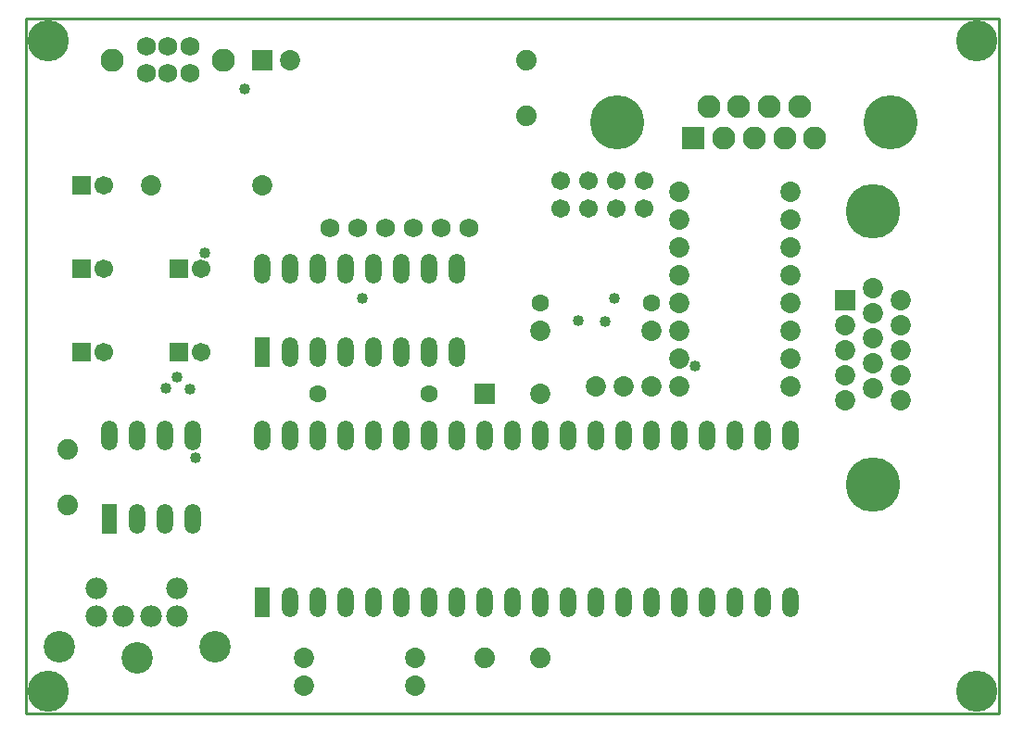
<source format=gbs>
%FSLAX23Y23*%
%MOIN*%
G70*
G01*
G75*
G04 Layer_Color=16711935*
%ADD10C,0.015*%
%ADD11C,0.010*%
%ADD12C,0.065*%
%ADD13C,0.075*%
%ADD14C,0.060*%
%ADD15C,0.070*%
%ADD16C,0.105*%
%ADD17C,0.140*%
%ADD18O,0.050X0.100*%
%ADD19C,0.055*%
%ADD20C,0.066*%
%ADD21R,0.059X0.059*%
%ADD22C,0.059*%
%ADD23R,0.050X0.100*%
%ADD24C,0.188*%
%ADD25C,0.187*%
%ADD26R,0.075X0.075*%
%ADD27R,0.065X0.065*%
%ADD28C,0.032*%
%ADD29C,0.008*%
%ADD30C,0.008*%
%ADD31C,0.073*%
%ADD32C,0.083*%
%ADD33C,0.068*%
%ADD34C,0.078*%
%ADD35C,0.113*%
%ADD36C,0.148*%
%ADD37O,0.058X0.108*%
%ADD38C,0.063*%
%ADD39C,0.074*%
%ADD40R,0.067X0.067*%
%ADD41C,0.067*%
%ADD42R,0.058X0.108*%
%ADD43C,0.196*%
%ADD44C,0.195*%
%ADD45R,0.083X0.083*%
%ADD46R,0.073X0.073*%
%ADD47C,0.040*%
D11*
X6000Y3500D02*
Y6000D01*
X2500D02*
X6000D01*
X2500Y3500D02*
Y6000D01*
Y3500D02*
X6000D01*
D31*
X5548Y4759D02*
D03*
X4750Y4675D02*
D03*
X3900Y3700D02*
D03*
X4650Y4675D02*
D03*
X3350Y5400D02*
D03*
X2950D02*
D03*
X5548Y4669D02*
D03*
Y4849D02*
D03*
Y4939D02*
D03*
X5448Y4624D02*
D03*
Y4714D02*
D03*
Y4804D02*
D03*
Y4894D02*
D03*
X5548Y5029D02*
D03*
X5648Y4984D02*
D03*
Y4894D02*
D03*
Y4804D02*
D03*
Y4714D02*
D03*
Y4624D02*
D03*
X4350Y4650D02*
D03*
X3450Y5850D02*
D03*
X3900Y3600D02*
D03*
X4850Y4975D02*
D03*
X5250D02*
D03*
Y4875D02*
D03*
X4850D02*
D03*
X5250Y4675D02*
D03*
X4850D02*
D03*
X5250Y5075D02*
D03*
X4850D02*
D03*
Y5175D02*
D03*
X5250D02*
D03*
Y5275D02*
D03*
X4850D02*
D03*
X5250Y5375D02*
D03*
X4850D02*
D03*
X4550Y4675D02*
D03*
X4350Y4875D02*
D03*
X4750D02*
D03*
X3500Y3600D02*
D03*
Y3700D02*
D03*
X5250Y4775D02*
D03*
X4850D02*
D03*
D32*
X5284Y5682D02*
D03*
X5229Y5570D02*
D03*
X5338D02*
D03*
X5175Y5682D02*
D03*
X5120Y5570D02*
D03*
X5065Y5682D02*
D03*
X5011Y5570D02*
D03*
X4956Y5682D02*
D03*
X3210Y5850D02*
D03*
X2810D02*
D03*
D33*
X3995Y5245D02*
D03*
X3895D02*
D03*
X3795D02*
D03*
X3695D02*
D03*
X3595D02*
D03*
X4095D02*
D03*
X2933Y5801D02*
D03*
X3012Y5899D02*
D03*
X2933D02*
D03*
X3091D02*
D03*
X3012Y5801D02*
D03*
X3091D02*
D03*
D34*
X2950Y3850D02*
D03*
X2850D02*
D03*
X3045D02*
D03*
X2755Y3950D02*
D03*
X3045D02*
D03*
X2755Y3850D02*
D03*
D35*
X2900Y3700D02*
D03*
X2620Y3740D02*
D03*
X3180D02*
D03*
D36*
X5920Y5920D02*
D03*
Y3580D02*
D03*
X2580D02*
D03*
Y5920D02*
D03*
D37*
X2800Y4500D02*
D03*
X4150D02*
D03*
X4450Y3900D02*
D03*
X3450D02*
D03*
X3550D02*
D03*
X3650D02*
D03*
X4750D02*
D03*
X3550Y5100D02*
D03*
X3650D02*
D03*
X3750D02*
D03*
X3850D02*
D03*
X4050Y3900D02*
D03*
X3950D02*
D03*
X3850D02*
D03*
X4150D02*
D03*
X4250D02*
D03*
X4550D02*
D03*
X4650D02*
D03*
X4850D02*
D03*
X5050D02*
D03*
X5150D02*
D03*
X5250D02*
D03*
X3350Y4500D02*
D03*
X3450D02*
D03*
X3650D02*
D03*
X3750D02*
D03*
X3850D02*
D03*
X3950D02*
D03*
X4050D02*
D03*
X4250D02*
D03*
X4350D02*
D03*
X4450D02*
D03*
X4550D02*
D03*
X4650D02*
D03*
X4750D02*
D03*
X4850D02*
D03*
X4950D02*
D03*
X5050D02*
D03*
X5150D02*
D03*
X5250D02*
D03*
X4350Y3900D02*
D03*
X4950D02*
D03*
X3550Y4500D02*
D03*
X2900Y4200D02*
D03*
X3000D02*
D03*
X3100D02*
D03*
X2900Y4500D02*
D03*
X3000D02*
D03*
X3100D02*
D03*
X3450Y4800D02*
D03*
X3550D02*
D03*
X3650D02*
D03*
X3750D02*
D03*
X3850D02*
D03*
X3950D02*
D03*
X4050D02*
D03*
X3350Y5100D02*
D03*
X3450D02*
D03*
X4050D02*
D03*
X3950D02*
D03*
X3750Y3900D02*
D03*
D38*
X3950Y4650D02*
D03*
X4750Y4975D02*
D03*
X3550Y4650D02*
D03*
X4350Y4975D02*
D03*
D39*
X2650Y4450D02*
D03*
X4350Y3700D02*
D03*
X4300Y5850D02*
D03*
Y5650D02*
D03*
X4150Y3700D02*
D03*
X2650Y4250D02*
D03*
D40*
X2700Y5400D02*
D03*
X3050Y4800D02*
D03*
X2700D02*
D03*
X3050Y5100D02*
D03*
X2700D02*
D03*
D41*
X2779Y5400D02*
D03*
X3129Y4800D02*
D03*
X2779D02*
D03*
X3129Y5100D02*
D03*
X2779D02*
D03*
X4424Y5316D02*
D03*
Y5416D02*
D03*
X4524Y5316D02*
D03*
Y5416D02*
D03*
X4624Y5316D02*
D03*
Y5416D02*
D03*
X4724Y5316D02*
D03*
Y5416D02*
D03*
D42*
X3350Y3900D02*
D03*
X2800Y4200D02*
D03*
X3350Y4800D02*
D03*
D43*
X5548Y5306D02*
D03*
Y4322D02*
D03*
D44*
X5612Y5626D02*
D03*
X4628D02*
D03*
D45*
X4902Y5570D02*
D03*
D46*
X5448Y4984D02*
D03*
X4150Y4650D02*
D03*
X3350Y5850D02*
D03*
D47*
X3003Y4668D02*
D03*
X3288Y5746D02*
D03*
X4906Y4750D02*
D03*
X3144Y5154D02*
D03*
X4617Y4993D02*
D03*
X4584Y4909D02*
D03*
X3710Y4993D02*
D03*
X3109Y4418D02*
D03*
X4486Y4911D02*
D03*
X3089Y4664D02*
D03*
X3043Y4709D02*
D03*
M02*

</source>
